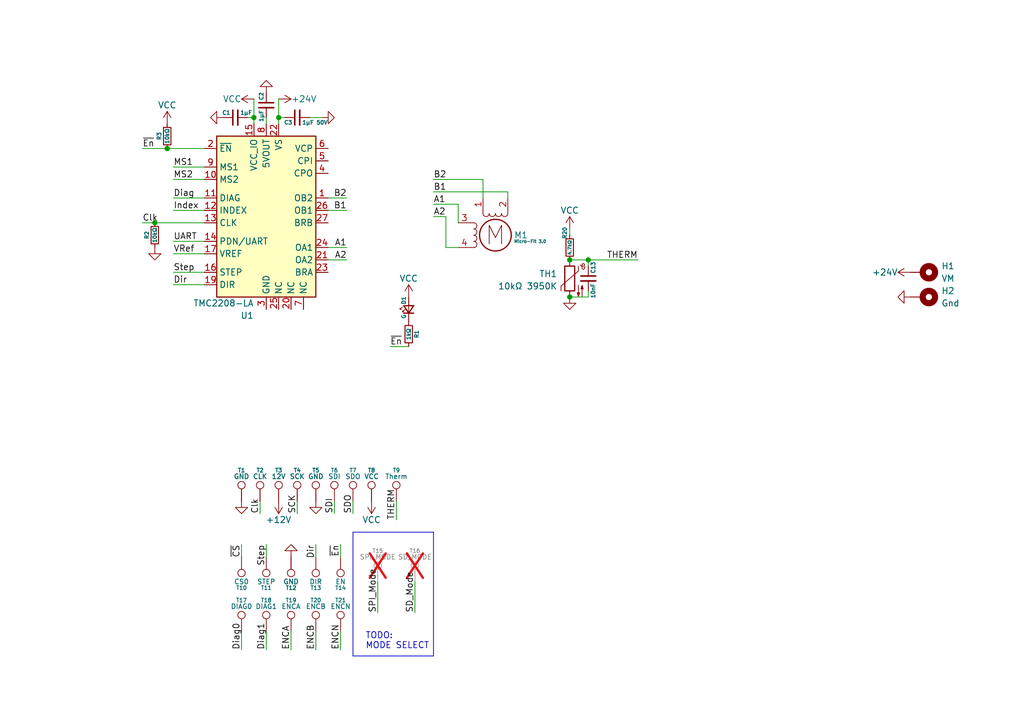
<source format=kicad_sch>
(kicad_sch (version 20230121) (generator eeschema)
  (paper "A5")
  (lib_symbols
    (symbol "Connector:TestPoint" (pin_numbers hide) (pin_names (offset 0.762) hide)
      (property "Reference" "TP" (at 0 6.858 0))
      (property "Value" "TestPoint" (at 0 5.08 0))
      (symbol "TestPoint_0_1"
        (circle (center 0 3.302) (radius 0.762))
      )
      (symbol "TestPoint_1_1"
        (pin passive line (at 0 0 90) (length 2.54) (name "1") (number "1"))
      )
    )
    (symbol "Device:C_Small" (pin_numbers hide) (pin_names (offset 0.254) hide)
      (property "Reference" "C" (at 0.254 1.778 0))
      (property "Value" "C_Small" (at 0.254 -2.032 0))
      (symbol "C_Small_0_1"
        (polyline (pts (xy -1.524 -0.508) (xy 1.524 -0.508)) (stroke (width 0.3302)))
        (polyline (pts (xy -1.524 0.508) (xy 1.524 0.508)) (stroke (width 0.3048)))
      )
      (symbol "C_Small_1_1"
        (pin passive line (at 0 2.54 270) (length 2.032) (name "~") (number "1"))
        (pin passive line (at 0 -2.54 90) (length 2.032) (name "~") (number "2"))
      )
    )
    (symbol "Device:LED_Small" (pin_numbers hide) (pin_names (offset 0.254) hide)
      (property "Reference" "D" (at -1.27 3.175 0))
      (property "Value" "LED_Small" (at -4.445 -2.54 0))
      (symbol "LED_Small_0_1"
        (polyline (pts (xy -0.762 -1.016) (xy -0.762 1.016)) (stroke (width 0.254)))
        (polyline (pts (xy 1.016 0) (xy -0.762 0)))
        (polyline (pts (xy 0.762 -1.016) (xy -0.762 0) (xy 0.762 1.016) (xy 0.762 -1.016)) (stroke (width 0.254)))
        (polyline (pts (xy 0 0.762) (xy -0.508 1.27) (xy -0.254 1.27) (xy -0.508 1.27) (xy -0.508 1.016)))
        (polyline (pts (xy 0.508 1.27) (xy 0 1.778) (xy 0.254 1.778) (xy 0 1.778) (xy 0 1.524)))
      )
      (symbol "LED_Small_1_1"
        (pin passive line (at -2.54 0 0) (length 1.778) (name "K") (number "1"))
        (pin passive line (at 2.54 0 180) (length 1.778) (name "A") (number "2"))
      )
    )
    (symbol "Device:R_Small" (pin_numbers hide) (pin_names (offset 0.254) hide)
      (property "Reference" "R" (at 0.762 0.508 0))
      (property "Value" "R_Small" (at 0.762 -1.016 0))
      (symbol "R_Small_0_1"
        (rectangle (start -0.762 1.778) (end 0.762 -1.778) (stroke (width 0.2032)))
      )
      (symbol "R_Small_1_1"
        (pin passive line (at 0 2.54 270) (length 0.762) (name "~") (number "1"))
        (pin passive line (at 0 -2.54 90) (length 0.762) (name "~") (number "2"))
      )
    )
    (symbol "Device:Thermistor_NTC" (pin_numbers hide) (pin_names (offset 0))
      (property "Reference" "TH" (at -4.445 0 90))
      (property "Value" "Thermistor_NTC" (at 3.175 0 90))
      (symbol "Thermistor_NTC_0_1"
        (arc (start -3.048 2.159) (mid -3.0495 2.3143) (end -3.175 2.413))
        (arc (start -3.048 2.159) (mid -2.9736 1.9794) (end -2.794 1.905))
        (arc (start -3.048 2.794) (mid -2.9736 2.6144) (end -2.794 2.54))
        (arc (start -2.794 1.905) (mid -2.6144 1.9794) (end -2.54 2.159))
        (arc (start -2.794 2.54) (mid -2.4393 2.5587) (end -2.159 2.794))
        (arc (start -2.794 3.048) (mid -2.9736 2.9736) (end -3.048 2.794))
        (arc (start -2.54 2.794) (mid -2.6144 2.9736) (end -2.794 3.048))
        (rectangle (start -1.016 2.54) (end 1.016 -2.54) (stroke (width 0.254)))
        (polyline (pts (xy -2.54 2.159) (xy -2.54 2.794)))
        (polyline (pts (xy -1.778 2.54) (xy -1.778 1.524) (xy 1.778 -1.524) (xy 1.778 -2.54)))
        (polyline (pts (xy -2.54 -3.683) (xy -2.54 -1.397) (xy -2.794 -2.159) (xy -2.286 -2.159) (xy -2.54 -1.397) (xy -2.54 -1.651)) (fill (type outline)))
        (polyline (pts (xy -1.778 -1.397) (xy -1.778 -3.683) (xy -2.032 -2.921) (xy -1.524 -2.921) (xy -1.778 -3.683) (xy -1.778 -3.429)) (fill (type outline)))
      )
      (symbol "Thermistor_NTC_1_1"
        (pin passive line (at 0 3.81 270) (length 1.27) (name "~") (number "1"))
        (pin passive line (at 0 -3.81 90) (length 1.27) (name "~") (number "2"))
      )
    )
    (symbol "Mechanical:MountingHole_Pad" (pin_numbers hide) (pin_names (offset 1.016) hide)
      (property "Reference" "H" (at 0 6.35 0))
      (property "Value" "MountingHole_Pad" (at 0 4.445 0))
      (symbol "MountingHole_Pad_0_1"
        (circle (center 0 1.27) (radius 1.27) (stroke (width 1.27)))
      )
      (symbol "MountingHole_Pad_1_1"
        (pin input line (at 0 -2.54 90) (length 2.54) (name "1") (number "1"))
      )
    )
    (symbol "Motor:Stepper_Motor_bipolar" (pin_names (offset 0) hide)
      (property "Reference" "M" (at 3.81 2.54 0))
      (property "Value" "Stepper_Motor_bipolar" (at 3.81 1.27 0))
      (symbol "Stepper_Motor_bipolar_0_0"
        (polyline (pts (xy -1.27 -1.778) (xy -1.27 2.032) (xy 0 -0.508) (xy 1.27 2.032) (xy 1.27 -1.778)))
      )
      (symbol "Stepper_Motor_bipolar_0_1"
        (arc (start -4.445 -2.54) (mid -3.8127 -1.905) (end -4.445 -1.27))
        (arc (start -4.445 -1.27) (mid -3.8127 -0.635) (end -4.445 0))
        (arc (start -4.445 0) (mid -3.8127 0.635) (end -4.445 1.27))
        (arc (start -4.445 1.27) (mid -3.8127 1.905) (end -4.445 2.54))
        (arc (start -2.54 4.445) (mid -1.905 3.8127) (end -1.27 4.445))
        (arc (start -1.27 4.445) (mid -0.635 3.8127) (end 0 4.445))
        (polyline (pts (xy -5.08 -2.54) (xy -4.445 -2.54)))
        (polyline (pts (xy -5.08 2.54) (xy -4.445 2.54)))
        (polyline (pts (xy -2.54 5.08) (xy -2.54 4.445)))
        (polyline (pts (xy 2.54 5.08) (xy 2.54 4.445)))
        (circle (center 0 0) (radius 3.2512) (stroke (width 0.254)))
        (arc (start 0 4.445) (mid 0.635 3.8127) (end 1.27 4.445))
        (arc (start 1.27 4.445) (mid 1.905 3.8127) (end 2.54 4.445))
      )
      (symbol "Stepper_Motor_bipolar_1_1"
        (pin passive line (at -2.54 7.62 270) (length 2.54) (name "~") (number "1"))
        (pin passive line (at 2.54 7.62 270) (length 2.54) (name "-") (number "2"))
        (pin passive line (at -7.62 2.54 0) (length 2.54) (name "~") (number "3"))
        (pin passive line (at -7.62 -2.54 0) (length 2.54) (name "~") (number "4"))
      )
    )
    (symbol "corevus:TMC2208-LA"
      (property "Reference" "U" (at -10.16 22.86 0))
      (property "Value" "TMC2208-LA" (at 6.35 -48.26 0))
      (symbol "TMC2208-LA_0_0"
        (pin power_out line (at 12.7 3.81 180) (length 2.54) (name "OB2") (number "1"))
        (pin input line (at -12.7 7.62 0) (length 2.54) (name "MS2") (number "10"))
        (pin passive line (at 5.08 -19.05 90) (length 2.54) (name "NC") (number "20"))
        (pin power_in line (at 12.7 -8.89 180) (length 2.54) (name "OA2") (number "21"))
        (pin power_in line (at 2.54 19.05 270) (length 2.54) (name "VS") (number "22"))
        (pin power_in line (at 12.7 -11.43 180) (length 2.54) (name "BRA") (number "23"))
        (pin power_in line (at 12.7 -6.35 180) (length 2.54) (name "OA1") (number "24"))
        (pin power_in line (at 12.7 1.27 180) (length 2.54) (name "OB1") (number "26"))
        (pin power_in line (at 12.7 -1.27 180) (length 2.54) (name "BRB") (number "27"))
        (pin power_out line (at 12.7 8.89 180) (length 2.54) (name "CPO") (number "4"))
        (pin power_in line (at 12.7 11.43 180) (length 2.54) (name "CPI") (number "5"))
        (pin power_in line (at 12.7 13.97 180) (length 2.54) (name "VCP") (number "6"))
        (pin passive line (at 7.62 -19.05 90) (length 2.54) (name "NC") (number "7"))
        (pin input line (at -12.7 10.16 0) (length 2.54) (name "MS1") (number "9"))
      )
      (symbol "TMC2208-LA_0_1"
        (rectangle (start -10.16 16.51) (end 10.16 -16.51) (stroke (width 0.254)) (fill (type background)))
      )
      (symbol "TMC2208-LA_1_0"
        (pin output line (at -12.7 3.81 0) (length 2.54) (name "DIAG") (number "11"))
        (pin output line (at -12.7 1.27 0) (length 2.54) (name "INDEX") (number "12"))
        (pin input line (at -12.7 -1.27 0) (length 2.54) (name "CLK") (number "13"))
        (pin bidirectional line (at -12.7 -5.08 0) (length 2.54) (name "PDN/UART") (number "14"))
        (pin input line (at -2.54 19.05 270) (length 2.54) (name "VCC_IO") (number "15"))
        (pin input line (at -12.7 -11.43 0) (length 2.54) (name "STEP") (number "16"))
        (pin input line (at -12.7 -7.62 0) (length 2.54) (name "VREF") (number "17"))
        (pin power_in line (at 0 -19.05 90) (length 2.54) hide (name "Gnd") (number "18"))
        (pin input line (at -12.7 -13.97 0) (length 2.54) (name "DIR") (number "19"))
        (pin input line (at -12.7 13.97 0) (length 2.54) (name "~{EN}") (number "2"))
        (pin passive line (at 2.54 -19.05 90) (length 2.54) (name "NC") (number "25"))
        (pin unspecified line (at 2.54 19.05 270) (length 2.54) hide (name "VS") (number "28"))
        (pin unspecified line (at 0 -19.05 90) (length 2.54) hide (name "Pad") (number "29"))
        (pin power_in line (at 0 -19.05 90) (length 2.54) (name "GND") (number "3"))
        (pin power_out line (at 0 19.05 270) (length 2.54) (name "5VOUT") (number "8"))
      )
    )
    (symbol "power:+12V" (power) (pin_names (offset 0))
      (property "Value" "+12V" (at 0 3.556 0))
      (symbol "+12V_0_1"
        (polyline (pts (xy -0.762 1.27) (xy 0 2.54)))
        (polyline (pts (xy 0 0) (xy 0 2.54)))
        (polyline (pts (xy 0 2.54) (xy 0.762 1.27)))
      )
      (symbol "+12V_1_1"
        (pin power_in line (at 0 0 90) (length 0) hide (name "+12V") (number "1"))
      )
    )
    (symbol "power:+24V" (power) (pin_names (offset 0))
      (property "Value" "+24V" (at 0 3.556 0))
      (symbol "+24V_0_1"
        (polyline (pts (xy -0.762 1.27) (xy 0 2.54)))
        (polyline (pts (xy 0 0) (xy 0 2.54)))
        (polyline (pts (xy 0 2.54) (xy 0.762 1.27)))
      )
      (symbol "+24V_1_1"
        (pin power_in line (at 0 0 90) (length 0) hide (name "+24V") (number "1"))
      )
    )
    (symbol "power:GND" (power) (pin_names (offset 0))
      (property "Value" "GND" (at 0 -3.81 0))
      (symbol "GND_0_1"
        (polyline (pts (xy 0 0) (xy 0 -1.27) (xy 1.27 -1.27) (xy 0 -2.54) (xy -1.27 -1.27) (xy 0 -1.27)))
      )
      (symbol "GND_1_1"
        (pin power_in line (at 0 0 270) (length 0) hide (name "GND") (number "1"))
      )
    )
    (symbol "power:VCC" (power) (pin_names (offset 0))
      (property "Value" "VCC" (at 0 3.81 0))
      (symbol "VCC_0_1"
        (polyline (pts (xy -0.762 1.27) (xy 0 2.54)))
        (polyline (pts (xy 0 0) (xy 0 2.54)))
        (polyline (pts (xy 0 2.54) (xy 0.762 1.27)))
      )
      (symbol "VCC_1_1"
        (pin power_in line (at 0 0 90) (length 0) hide (name "VCC") (number "1"))
      )
    )
  )
  (junction (at 120.65 53.34))
  (junction (at 34.29 30.48))
  (junction (at 116.84 53.34))
  (junction (at 57.15 24.13))
  (junction (at 31.75 45.72))
  (junction (at 52.07 24.13))
  (junction (at 116.84 60.96))
  (wire (pts (xy 116.84 46.99) (xy 116.84 48.26)))
  (polyline (pts (xy 88.9 109.22) (xy 88.9 134.62)))
  (wire (pts (xy 120.65 53.34) (xy 120.65 54.61)))
  (wire (pts (xy 120.65 53.34) (xy 130.81 53.34)))
  (polyline (pts (xy 88.9 134.62) (xy 72.39 134.62)))
  (wire (pts (xy 31.75 45.72) (xy 41.91 45.72)))
  (wire (pts (xy 34.29 30.48) (xy 41.91 30.48)))
  (wire (pts (xy 29.21 45.72) (xy 31.75 45.72)))
  (wire (pts (xy 59.69 133.35) (xy 59.69 129.54)))
  (wire (pts (xy 57.15 24.13) (xy 57.15 25.4)))
  (wire (pts (xy 54.61 111.76) (xy 54.61 114.3)))
  (wire (pts (xy 64.77 133.35) (xy 64.77 129.54)))
  (wire (pts (xy 99.06 36.83) (xy 99.06 40.64)))
  (wire (pts (xy 66.04 24.13) (xy 63.5 24.13)))
  (wire (pts (xy 104.14 39.37) (xy 104.14 40.64)))
  (polyline (pts (xy 72.39 109.22) (xy 88.9 109.22)))
  (wire (pts (xy 49.53 133.35) (xy 49.53 129.54)))
  (wire (pts (xy 71.12 40.64) (xy 67.31 40.64)))
  (wire (pts (xy 71.12 53.34) (xy 67.31 53.34)))
  (wire (pts (xy 120.65 53.34) (xy 116.84 53.34)))
  (wire (pts (xy 35.56 34.29) (xy 41.91 34.29)))
  (wire (pts (xy 116.84 60.96) (xy 120.65 60.96)))
  (wire (pts (xy 35.56 52.07) (xy 41.91 52.07)))
  (wire (pts (xy 72.39 105.41) (xy 72.39 102.87)))
  (wire (pts (xy 88.9 36.83) (xy 99.06 36.83)))
  (wire (pts (xy 52.07 20.32) (xy 52.07 24.13)))
  (wire (pts (xy 35.56 36.83) (xy 41.91 36.83)))
  (wire (pts (xy 85.09 125.73) (xy 85.09 119.38)))
  (wire (pts (xy 69.85 133.35) (xy 69.85 129.54)))
  (polyline (pts (xy 72.39 134.62) (xy 72.39 109.22)))
  (wire (pts (xy 35.56 43.18) (xy 41.91 43.18)))
  (wire (pts (xy 29.21 30.48) (xy 34.29 30.48)))
  (wire (pts (xy 64.77 111.76) (xy 64.77 114.3)))
  (wire (pts (xy 53.34 105.41) (xy 53.34 102.87)))
  (wire (pts (xy 35.56 58.42) (xy 41.91 58.42)))
  (wire (pts (xy 71.12 43.18) (xy 67.31 43.18)))
  (wire (pts (xy 68.58 105.41) (xy 68.58 102.87)))
  (wire (pts (xy 91.44 44.45) (xy 91.44 50.8)))
  (wire (pts (xy 57.15 24.13) (xy 58.42 24.13)))
  (wire (pts (xy 91.44 50.8) (xy 93.98 50.8)))
  (wire (pts (xy 69.85 111.76) (xy 69.85 114.3)))
  (wire (pts (xy 93.98 41.91) (xy 93.98 45.72)))
  (wire (pts (xy 54.61 24.13) (xy 54.61 25.4)))
  (wire (pts (xy 80.01 71.12) (xy 83.82 71.12)))
  (wire (pts (xy 120.65 59.69) (xy 120.65 60.96)))
  (wire (pts (xy 35.56 40.64) (xy 41.91 40.64)))
  (wire (pts (xy 60.96 105.41) (xy 60.96 102.87)))
  (wire (pts (xy 88.9 41.91) (xy 93.98 41.91)))
  (wire (pts (xy 49.53 111.76) (xy 49.53 114.3)))
  (wire (pts (xy 52.07 24.13) (xy 52.07 25.4)))
  (wire (pts (xy 54.61 133.35) (xy 54.61 129.54)))
  (wire (pts (xy 71.12 50.8) (xy 67.31 50.8)))
  (wire (pts (xy 81.28 106.68) (xy 81.28 102.87)))
  (wire (pts (xy 50.8 24.13) (xy 52.07 24.13)))
  (wire (pts (xy 88.9 44.45) (xy 91.44 44.45)))
  (wire (pts (xy 35.56 49.53) (xy 41.91 49.53)))
  (wire (pts (xy 77.47 125.73) (xy 77.47 119.38)))
  (wire (pts (xy 57.15 20.32) (xy 57.15 24.13)))
  (wire (pts (xy 35.56 55.88) (xy 41.91 55.88)))
  (wire (pts (xy 88.9 39.37) (xy 104.14 39.37)))
  (text "TODO:\nMODE SELECT" (at 74.93 133.35 0) (effects (font (size 1.27 1.27)) (justify left bottom)))
  (label "VRef" (at 35.56 52.07 0))
  (label "Diag" (at 35.56 40.64 0))
  (label "B1" (at 71.12 43.18 180))
  (label "Diag0" (at 49.53 133.35 90))
  (label "Dir" (at 64.77 111.76 270))
  (label "Dir" (at 35.56 58.42 0))
  (label "~{CS}" (at 49.53 111.76 270))
  (label "MS2" (at 35.56 36.83 0))
  (label "Clk" (at 53.34 105.41 90))
  (label "A1" (at 71.12 50.8 180))
  (label "UART" (at 35.56 49.53 0))
  (label "ENCB" (at 64.77 133.35 90))
  (label "~{En}" (at 69.85 111.76 270))
  (label "SPI_Mode" (at 77.47 125.73 90))
  (label "ENCA" (at 59.69 133.35 90))
  (label "Step" (at 35.56 55.88 0))
  (label "THERM" (at 130.81 53.34 180))
  (label "~{En}" (at 80.01 71.12 0))
  (label "~{En}" (at 29.21 30.48 0))
  (label "A1" (at 88.9 41.91 0))
  (label "B2" (at 71.12 40.64 180))
  (label "B1" (at 88.9 39.37 0))
  (label "A2" (at 88.9 44.45 0))
  (label "Index" (at 35.56 43.18 0))
  (label "SCK" (at 60.96 105.41 90))
  (label "MS1" (at 35.56 34.29 0))
  (label "Diag1" (at 54.61 133.35 90))
  (label "THERM" (at 81.28 106.68 90))
  (label "B2" (at 88.9 36.83 0))
  (label "Step" (at 54.61 111.76 270))
  (label "ENCN" (at 69.85 133.35 90))
  (label "SDI" (at 68.58 105.41 90))
  (label "A2" (at 71.12 53.34 180))
  (label "Clk" (at 29.21 45.72 0))
  (label "SD_Mode" (at 85.09 125.73 90))
  (label "SDO" (at 72.39 105.41 90))
  (symbol (lib_id "Connector:TestPoint") (at 59.69 114.3 0) (mirror x) (unit 1)
    (property "Reference" "T12" (at 59.69 120.65 0) (effects (font (size 0.8 0.8))))
    (property "Value" "GND" (at 59.69 119.38 0) (effects (font (size 1 1))))
    (property "Footprint" "corevus:LGA_Land" (effects hide))
  )
  (symbol (lib_id "Connector:TestPoint") (at 77.47 119.38 0) (unit 1) (on_board no) (dnp yes)
    (property "Reference" "T15" (at 77.47 113.03 0) (effects (font (size 0.8 0.8))))
    (property "Value" "SPI_MODE" (at 77.47 114.3 0) (effects (font (size 1 1))))
    (property "Footprint" "corevus:LGA_Land" (effects hide))
  )
  (symbol (lib_id "corevus:TMC2208-LA") (at 54.61 44.45 0) (unit 1)
    (property "Reference" "U1" (at 52.07 64.77 0) (effects (justify right)))
    (property "Value" "TMC2208-LA" (at 52.07 62.23 0) (effects (justify right)))
    (property "Footprint" "Package_DFN_QFN:TQFN-28-1EP_5x5mm_P0.5mm_EP3.25x3.25mm_ThermalVias" (effects hide))
    (property "Datasheet" "https://trinamic.com/fileadmin/assets/Products/ICs_Documents/TMC220x_TMC2224_datasheet_Rev1.09.pdf" (effects hide))
  )
  (symbol (lib_id "power:GND") (at 116.84 60.96 0) (unit 1)
    (property "Reference" "#PWR044" (effects hide))
    (property "Value" "GND" (effects hide))
  )
  (symbol (lib_id "power:VCC") (at 34.29 25.4 0) (unit 1)
    (property "Reference" "#PWR010" (effects hide))
    (property "Value" "VCC" (at 34.29 21.59 0))
  )
  (symbol (lib_id "Connector:TestPoint") (at 69.85 129.54 0) (unit 1)
    (property "Reference" "T21" (at 69.85 123.19 0) (effects (font (size 0.8 0.8))))
    (property "Value" "ENCN" (at 69.85 124.46 0) (effects (font (size 1 1))))
    (property "Footprint" "corevus:LGA_Land" (effects hide))
  )
  (symbol (lib_id "Connector:TestPoint") (at 54.61 114.3 0) (mirror x) (unit 1)
    (property "Reference" "T11" (at 54.61 120.65 0) (effects (font (size 0.8 0.8))))
    (property "Value" "STEP" (at 54.61 119.38 0) (effects (font (size 1 1))))
    (property "Footprint" "corevus:LGA_Land" (effects hide))
  )
  (symbol (lib_id "Connector:TestPoint") (at 59.69 129.54 0) (unit 1)
    (property "Reference" "T19" (at 59.69 123.19 0) (effects (font (size 0.8 0.8))))
    (property "Value" "ENCA" (at 59.69 124.46 0) (effects (font (size 1 1))))
    (property "Footprint" "corevus:LGA_Land" (effects hide))
  )
  (symbol (lib_id "power:+12V") (at 57.15 102.87 180) (unit 1)
    (property "Reference" "#PWR011" (effects hide))
    (property "Value" "+12V" (at 57.15 106.68 0))
  )
  (symbol (lib_id "power:VCC") (at 116.84 46.99 0) (unit 1)
    (property "Reference" "#PWR02" (effects hide))
    (property "Value" "VCC" (at 116.84 43.18 0))
  )
  (symbol (lib_id "Connector:TestPoint") (at 64.77 129.54 0) (unit 1)
    (property "Reference" "T20" (at 64.77 123.19 0) (effects (font (size 0.8 0.8))))
    (property "Value" "ENCB" (at 64.77 124.46 0) (effects (font (size 1 1))))
    (property "Footprint" "corevus:LGA_Land" (effects hide))
  )
  (symbol (lib_id "Connector:TestPoint") (at 64.77 114.3 0) (mirror x) (unit 1)
    (property "Reference" "T13" (at 64.77 120.65 0) (effects (font (size 0.8 0.8))))
    (property "Value" "DIR" (at 64.77 119.38 0) (effects (font (size 1 1))))
    (property "Footprint" "corevus:LGA_Land" (effects hide))
  )
  (symbol (lib_id "power:GND") (at 64.77 102.87 0) (unit 1)
    (property "Reference" "#PWR015" (effects hide))
    (property "Value" "GND" (effects hide))
  )
  (symbol (lib_id "Device:R_Small") (at 83.82 68.58 0) (mirror y) (unit 1)
    (property "Reference" "R1" (at 85.45 68.58 90) (effects (font (size 0.8 0.8))))
    (property "Value" "1kΩ" (at 83.82 68.58 90) (effects (font (size 0.8 0.8))))
    (property "Footprint" "AlphaLib:0402R" (effects hide))
  )
  (symbol (lib_id "Connector:TestPoint") (at 49.53 129.54 0) (unit 1)
    (property "Reference" "T17" (at 49.53 123.19 0) (effects (font (size 0.8 0.8))))
    (property "Value" "DIAG0" (at 49.53 124.46 0) (effects (font (size 1 1))))
    (property "Footprint" "corevus:LGA_Land" (effects hide))
  )
  (symbol (lib_id "power:VCC") (at 83.82 60.96 0) (unit 1)
    (property "Reference" "#PWR022" (effects hide))
    (property "Value" "VCC" (at 83.82 57.15 0))
  )
  (symbol (lib_id "power:+24V") (at 186.69 55.88 90) (unit 1)
    (property "Reference" "#PWR01" (effects hide))
    (property "Value" "+24V" (at 184.15 55.88 90) (effects (justify left)))
  )
  (symbol (lib_id "Connector:TestPoint") (at 72.39 102.87 0) (unit 1)
    (property "Reference" "T7" (at 72.39 96.52 0) (effects (font (size 0.8 0.8))))
    (property "Value" "SDO" (at 72.39 97.79 0) (effects (font (size 1 1))))
    (property "Footprint" "corevus:LGA_Land" (effects hide))
  )
  (symbol (lib_id "Device:R_Small") (at 34.29 27.94 0) (unit 1)
    (property "Reference" "R3" (at 32.66 27.94 90) (effects (font (size 0.8 0.8))))
    (property "Value" "10kΩ" (at 34.29 27.94 90) (effects (font (size 0.8 0.8))))
    (property "Footprint" "AlphaLib:0402R" (effects hide))
  )
  (symbol (lib_id "Connector:TestPoint") (at 85.09 119.38 0) (unit 1) (on_board no) (dnp yes)
    (property "Reference" "T16" (at 85.09 113.03 0) (effects (font (size 0.8 0.8))))
    (property "Value" "SD_MODE" (at 85.09 114.3 0) (effects (font (size 1 1))))
    (property "Footprint" "corevus:LGA_Land" (effects hide))
  )
  (symbol (lib_id "Device:Thermistor_NTC") (at 116.84 57.15 0) (mirror y) (unit 1)
    (property "Reference" "TH1" (at 114.3 56.1975 0) (effects (justify left)))
    (property "Value" "10kΩ 3950K" (at 114.3 58.7375 0) (effects (justify left)))
    (property "Footprint" "AlphaLib:0402R" (effects hide))
  )
  (symbol (lib_id "Connector:TestPoint") (at 57.15 102.87 0) (unit 1)
    (property "Reference" "T3" (at 57.15 96.52 0) (effects (font (size 0.8 0.8))))
    (property "Value" "12V" (at 57.15 97.79 0) (effects (font (size 1 1))))
    (property "Footprint" "corevus:LGA_Land" (effects hide))
  )
  (symbol (lib_id "Connector:TestPoint") (at 53.34 102.87 0) (unit 1)
    (property "Reference" "T2" (at 53.34 96.52 0) (effects (font (size 0.8 0.8))))
    (property "Value" "CLK" (at 53.34 97.79 0) (effects (font (size 1 1))))
    (property "Footprint" "corevus:LGA_Land" (effects hide))
  )
  (symbol (lib_id "Connector:TestPoint") (at 69.85 114.3 0) (mirror x) (unit 1)
    (property "Reference" "T14" (at 69.85 120.65 0) (effects (font (size 0.8 0.8))))
    (property "Value" "EN" (at 69.85 119.38 0) (effects (font (size 1 1))))
    (property "Footprint" "corevus:LGA_Land" (effects hide))
  )
  (symbol (lib_id "power:VCC") (at 76.2 102.87 180) (unit 1)
    (property "Reference" "#PWR019" (effects hide))
    (property "Value" "VCC" (at 76.2 106.68 0))
  )
  (symbol (lib_id "power:GND") (at 31.75 50.8 0) (unit 1)
    (property "Reference" "#PWR08" (effects hide))
    (property "Value" "GND" (effects hide))
  )
  (symbol (lib_id "Device:LED_Small") (at 83.82 63.5 90) (unit 1)
    (property "Reference" "D1" (at 82.82 62.5 0) (effects (font (size 0.8 0.8)) (justify left)))
    (property "Value" "G" (at 82.82 64.5 0) (effects (font (size 0.8 0.8)) (justify right)))
    (property "Footprint" "AlphaLib:0603LED" (effects hide))
  )
  (symbol (lib_id "Connector:TestPoint") (at 49.53 114.3 180) (unit 1)
    (property "Reference" "T10" (at 49.53 120.65 0) (effects (font (size 0.8 0.8))))
    (property "Value" "CS0" (at 49.53 119.38 0) (effects (font (size 1 1))))
    (property "Footprint" "corevus:LGA_Land" (effects hide))
  )
  (symbol (lib_id "Device:C_Small") (at 120.65 57.15 0) (mirror y) (unit 1)
    (property "Reference" "C13" (at 121.65 56.15 90) (effects (font (size 0.8 0.8)) (justify left)))
    (property "Value" "10nF" (at 121.65 58.15 90) (effects (font (size 0.8 0.8)) (justify right)))
    (property "Footprint" "AlphaLib:0402C" (effects hide))
  )
  (symbol (lib_id "Device:C_Small") (at 60.96 24.13 90) (unit 1)
    (property "Reference" "C3" (at 59.96 25.13 90) (effects (font (size 0.8 0.8)) (justify left)))
    (property "Value" "1μF 50V" (at 61.96 25.13 90) (effects (font (size 0.8 0.8)) (justify right)))
    (property "Footprint" "AlphaLib:0603C" (effects hide))
    (property "LCSC" "C15849" (effects hide))
  )
  (symbol (lib_id "power:GND") (at 54.61 19.05 180) (unit 1)
    (property "Reference" "#PWR05" (effects hide))
    (property "Value" "GND" (effects hide))
  )
  (symbol (lib_id "Device:R_Small") (at 31.75 48.26 0) (unit 1)
    (property "Reference" "R2" (at 30.12 48.26 90) (effects (font (size 0.8 0.8))))
    (property "Value" "10kΩ" (at 31.75 48.26 90) (effects (font (size 0.8 0.8))))
    (property "Footprint" "AlphaLib:0402R" (effects hide))
  )
  (symbol (lib_id "Device:C_Small") (at 54.61 21.59 0) (unit 1)
    (property "Reference" "C2" (at 53.61 20.59 90) (effects (font (size 0.8 0.8)) (justify left)))
    (property "Value" "1µF" (at 53.61 22.59 90) (effects (font (size 0.8 0.8)) (justify right)))
    (property "Footprint" "AlphaLib:0402C" (effects hide))
    (property "LCSC" "C1525" (effects hide))
  )
  (symbol (lib_id "power:GND") (at 49.53 102.87 0) (unit 1)
    (property "Reference" "#PWR09" (effects hide))
    (property "Value" "GND" (effects hide))
  )
  (symbol (lib_id "Mechanical:MountingHole_Pad") (at 189.23 55.88 270) (unit 1)
    (property "Reference" "H1" (at 193.04 54.61 90) (effects (justify left)))
    (property "Value" "VM" (at 193.04 57.15 90) (effects (justify left)))
    (property "Footprint" "corevus:MountingHole_M3_Driver" (effects hide))
  )
  (symbol (lib_id "Connector:TestPoint") (at 54.61 129.54 0) (unit 1)
    (property "Reference" "T18" (at 54.61 123.19 0) (effects (font (size 0.8 0.8))))
    (property "Value" "DIAG1" (at 54.61 124.46 0) (effects (font (size 1 1))))
    (property "Footprint" "corevus:LGA_Land" (effects hide))
  )
  (symbol (lib_id "Mechanical:MountingHole_Pad") (at 189.23 60.96 270) (unit 1)
    (property "Reference" "H2" (at 193.04 59.69 90) (effects (justify left)))
    (property "Value" "Gnd" (at 193.04 62.23 90) (effects (justify left)))
    (property "Footprint" "corevus:MountingHole_M3_Driver" (effects hide))
  )
  (symbol (lib_id "Connector:TestPoint") (at 49.53 102.87 0) (unit 1)
    (property "Reference" "T1" (at 49.53 96.52 0) (effects (font (size 0.8 0.8))))
    (property "Value" "GND" (at 49.53 97.79 0) (effects (font (size 1 1))))
    (property "Footprint" "corevus:LGA_Land" (effects hide))
  )
  (symbol (lib_id "power:GND") (at 59.69 114.3 0) (mirror x) (unit 1)
    (property "Reference" "#PWR013" (effects hide))
    (property "Value" "GND" (effects hide))
  )
  (symbol (lib_id "Device:R_Small") (at 116.84 50.8 180) (unit 1)
    (property "Reference" "R20" (at 115.84 47.8 90) (effects (font (size 0.8 0.8))))
    (property "Value" "4.7kΩ" (at 116.84 50.8 90) (effects (font (size 0.7 0.7))))
    (property "Footprint" "AlphaLib:0402R" (effects hide))
  )
  (symbol (lib_id "power:VCC") (at 52.07 20.32 90) (unit 1)
    (property "Reference" "#PWR03" (effects hide))
    (property "Value" "VCC" (at 49.53 20.32 90) (effects (justify left)))
  )
  (symbol (lib_id "power:+24V") (at 57.15 20.32 270) (mirror x) (unit 1)
    (property "Reference" "#PWR06" (effects hide))
    (property "Value" "+24V" (at 59.69 20.32 90) (effects (justify left)))
  )
  (symbol (lib_id "power:GND") (at 66.04 24.13 90) (unit 1)
    (property "Reference" "#PWR07" (effects hide))
    (property "Value" "GND" (effects hide))
  )
  (symbol (lib_id "Motor:Stepper_Motor_bipolar") (at 101.6 48.26 0) (unit 1)
    (property "Reference" "M1" (at 105.41 48.26 0) (effects (justify left)))
    (property "Value" "Micro-Fit 3.0" (at 105.41 49.53 0) (effects (font (size 0.635 0.635)) (justify left)))
    (property "Footprint" "corevus:XKB_X8821WRS-04" (effects hide))
    (property "Datasheet" "http://www.infineon.com/dgdl/Application-Note-TLE8110EE_driving_UniPolarStepperMotor_V1.1.pdf?fileId=db3a30431be39b97011be5d0aa0a00b0" (effects hide))
  )
  (symbol (lib_id "Connector:TestPoint") (at 81.28 102.87 0) (unit 1)
    (property "Reference" "T9" (at 81.28 96.52 0) (effects (font (size 0.8 0.8))))
    (property "Value" "Therm" (at 81.28 97.79 0) (effects (font (size 1 1))))
    (property "Footprint" "corevus:LGA_Land" (effects hide))
  )
  (symbol (lib_id "power:GND") (at 186.69 60.96 270) (unit 1)
    (property "Reference" "#PWR029" (effects hide))
    (property "Value" "GND" (effects hide))
  )
  (symbol (lib_id "power:GND") (at 45.72 24.13 270) (unit 1)
    (property "Reference" "#PWR04" (effects hide))
    (property "Value" "GND" (effects hide))
  )
  (symbol (lib_id "Device:C_Small") (at 48.26 24.13 90) (mirror x) (unit 1)
    (property "Reference" "C1" (at 47.26 23.13 90) (effects (font (size 0.8 0.8)) (justify left)))
    (property "Value" "1µF" (at 49.26 23.13 90) (effects (font (size 0.8 0.8)) (justify right)))
    (property "Footprint" "AlphaLib:0402C" (effects hide))
    (property "LCSC" "C1525" (effects hide))
  )
  (symbol (lib_id "Connector:TestPoint") (at 68.58 102.87 0) (unit 1)
    (property "Reference" "T6" (at 68.58 96.52 0) (effects (font (size 0.8 0.8))))
    (property "Value" "SDI" (at 68.58 97.79 0) (effects (font (size 1 1))))
    (property "Footprint" "corevus:LGA_Land" (effects hide))
  )
  (symbol (lib_id "Connector:TestPoint") (at 76.2 102.87 0) (unit 1)
    (property "Reference" "T8" (at 76.2 96.52 0) (effects (font (size 0.8 0.8))))
    (property "Value" "VCC" (at 76.2 97.79 0) (effects (font (size 1 1))))
    (property "Footprint" "corevus:LGA_Land" (effects hide))
  )
  (symbol (lib_id "Connector:TestPoint") (at 60.96 102.87 0) (unit 1)
    (property "Reference" "T4" (at 60.96 96.52 0) (effects (font (size 0.8 0.8))))
    (property "Value" "SCK" (at 60.96 97.79 0) (effects (font (size 1 1))))
    (property "Footprint" "corevus:LGA_Land" (effects hide))
  )
  (symbol (lib_id "Connector:TestPoint") (at 64.77 102.87 0) (unit 1)
    (property "Reference" "T5" (at 64.77 96.52 0) (effects (font (size 0.8 0.8))))
    (property "Value" "GND" (at 64.77 97.79 0) (effects (font (size 1 1))))
    (property "Footprint" "corevus:LGA_Land" (effects hide))
  )
)
</source>
